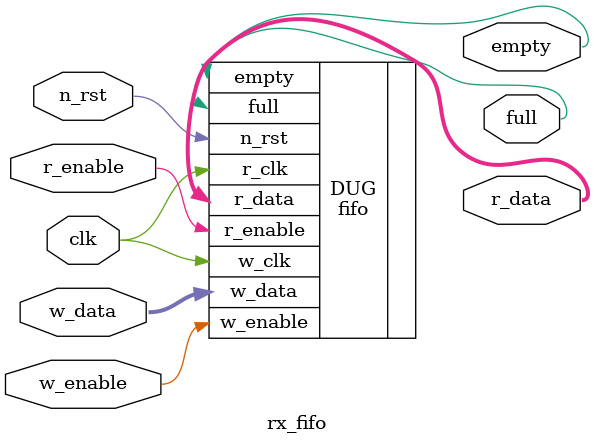
<source format=sv>

module rx_fifo
  (
   input clk,
   input n_rst,
   input r_enable,
   input w_enable,
   input [7:0] w_data,
   output [7:0] r_data,
   output empty,
   output full
   );

   fifo DUG(.r_clk(clk), .w_clk(clk), .n_rst(n_rst), .r_enable(r_enable), .w_enable(w_enable), .w_data(w_data), .r_data(r_data), .empty(empty), .full(full));
   
endmodule

</source>
